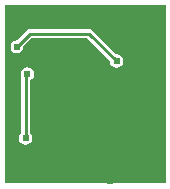
<source format=gbl>
%FSLAX24Y24*%
%MOIN*%
G70*
G01*
G75*
G04 Layer_Physical_Order=2*
G04 Layer_Color=16711680*
%ADD10R,0.0197X0.0256*%
%ADD11R,0.0197X0.0236*%
%ADD12R,0.0236X0.0197*%
%ADD13R,0.0217X0.0236*%
G04:AMPARAMS|DCode=14|XSize=19.7mil|YSize=23.6mil|CornerRadius=0mil|HoleSize=0mil|Usage=FLASHONLY|Rotation=225.000|XOffset=0mil|YOffset=0mil|HoleType=Round|Shape=Rectangle|*
%AMROTATEDRECTD14*
4,1,4,-0.0014,0.0153,0.0153,-0.0014,0.0014,-0.0153,-0.0153,0.0014,-0.0014,0.0153,0.0*
%
%ADD14ROTATEDRECTD14*%

%ADD15R,0.0315X0.0295*%
%ADD16R,0.1850X0.1850*%
%ADD17O,0.0079X0.0256*%
%ADD18O,0.0256X0.0079*%
G04:AMPARAMS|DCode=19|XSize=47.2mil|YSize=43.3mil|CornerRadius=0mil|HoleSize=0mil|Usage=FLASHONLY|Rotation=225.000|XOffset=0mil|YOffset=0mil|HoleType=Round|Shape=Rectangle|*
%AMROTATEDRECTD19*
4,1,4,0.0014,0.0320,0.0320,0.0014,-0.0014,-0.0320,-0.0320,-0.0014,0.0014,0.0320,0.0*
%
%ADD19ROTATEDRECTD19*%

%ADD20R,0.0295X0.0315*%
%ADD21R,0.0400X0.0370*%
%ADD22C,0.0090*%
%ADD23C,0.0080*%
%ADD24C,0.0060*%
%ADD25C,0.0370*%
%ADD26C,0.0150*%
%ADD27C,0.0240*%
%ADD28C,0.0260*%
G36*
X2668Y-2427D02*
X-2697D01*
Y3526D01*
X2668D01*
Y-2427D01*
D02*
G37*
%LPC*%
G36*
X-1950Y1444D02*
X-2036Y1427D01*
X-2109Y1379D01*
X-2157Y1306D01*
X-2174Y1220D01*
X-2158Y1137D01*
Y-754D01*
X-2169Y-761D01*
X-2217Y-834D01*
X-2234Y-920D01*
X-2217Y-1006D01*
X-2169Y-1079D01*
X-2096Y-1127D01*
X-2010Y-1144D01*
X-1924Y-1127D01*
X-1851Y-1079D01*
X-1803Y-1006D01*
X-1786Y-920D01*
X-1803Y-834D01*
X-1851Y-761D01*
X-1862Y-754D01*
Y1014D01*
X-1791Y1061D01*
X-1743Y1134D01*
X-1726Y1220D01*
X-1743Y1306D01*
X-1791Y1379D01*
X-1864Y1427D01*
X-1950Y1444D01*
D02*
G37*
G36*
X100Y2718D02*
X-1870D01*
X-1927Y2707D01*
X-1975Y2675D01*
X-2297Y2352D01*
X-2310Y2354D01*
X-2396Y2337D01*
X-2469Y2289D01*
X-2517Y2216D01*
X-2534Y2130D01*
X-2517Y2044D01*
X-2469Y1971D01*
X-2396Y1923D01*
X-2310Y1906D01*
X-2224Y1923D01*
X-2151Y1971D01*
X-2103Y2044D01*
X-2086Y2130D01*
X-2088Y2143D01*
X-1809Y2422D01*
X39D01*
X798Y1663D01*
X796Y1650D01*
X813Y1564D01*
X861Y1491D01*
X934Y1443D01*
X1020Y1426D01*
X1106Y1443D01*
X1179Y1491D01*
X1227Y1564D01*
X1244Y1650D01*
X1227Y1736D01*
X1179Y1809D01*
X1106Y1857D01*
X1020Y1874D01*
X1007Y1872D01*
X205Y2675D01*
X157Y2707D01*
X100Y2718D01*
D02*
G37*
%LPD*%
D22*
X-2010Y-910D02*
Y1160D01*
X-2310Y2130D02*
X-1870Y2570D01*
X100D01*
X1020Y1650D01*
X-2010Y1160D02*
X-1950Y1220D01*
D27*
X2550Y700D02*
D03*
X-880Y-2310D02*
D03*
X1620D02*
D03*
X2550D02*
D03*
X790Y-2342D02*
D03*
X2550Y2290D02*
D03*
Y1550D02*
D03*
X1730Y2880D02*
D03*
X-2610Y2130D02*
D03*
X2070Y3400D02*
D03*
X-2580Y3410D02*
D03*
X-2020Y-1320D02*
D03*
X1410Y2250D02*
D03*
X-1120Y-1200D02*
D03*
X1020Y1650D02*
D03*
X-70Y2190D02*
D03*
X-2010Y-920D02*
D03*
X-1590Y2130D02*
D03*
X1620Y-1480D02*
D03*
X2550Y-1480D02*
D03*
X-1950Y1220D02*
D03*
X-2310Y2130D02*
D03*
X40Y2980D02*
D03*
X-1590Y3410D02*
D03*
X-2580Y-2310D02*
D03*
X-2580Y-960D02*
D03*
X-1200Y1290D02*
D03*
D28*
X709Y-709D02*
D03*
X236D02*
D03*
X-236D02*
D03*
X-709D02*
D03*
X709Y-236D02*
D03*
X236D02*
D03*
X-236D02*
D03*
X-709D02*
D03*
X709Y236D02*
D03*
X236D02*
D03*
X-236D02*
D03*
X-709D02*
D03*
X709Y709D02*
D03*
X236D02*
D03*
X-236D02*
D03*
X-709D02*
D03*
M02*

</source>
